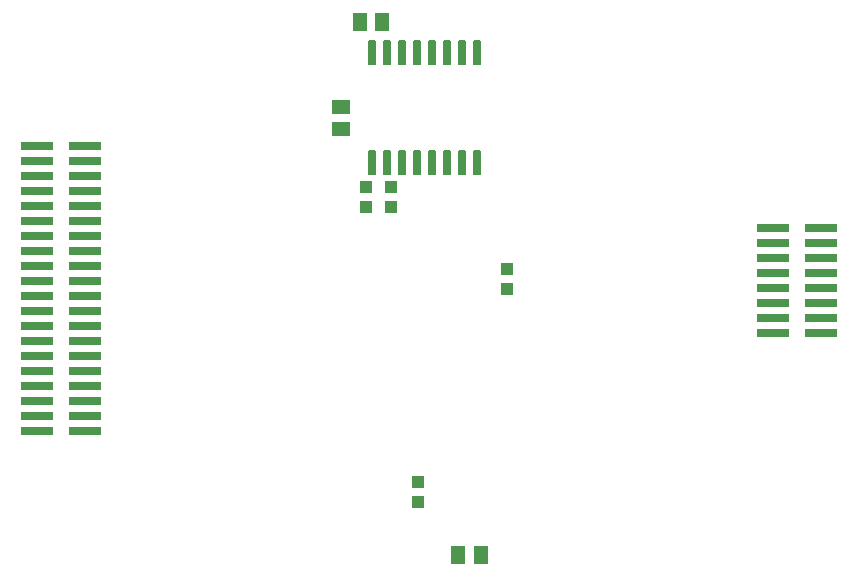
<source format=gbr>
G04 EAGLE Gerber RS-274X export*
G75*
%MOMM*%
%FSLAX34Y34*%
%LPD*%
%INSolderpaste Bottom*%
%IPPOS*%
%AMOC8*
5,1,8,0,0,1.08239X$1,22.5*%
G01*
%ADD10R,1.300000X1.500000*%
%ADD11R,1.500000X1.300000*%
%ADD12R,1.100000X1.000000*%
%ADD13C,0.147500*%
%ADD14R,2.790000X0.740000*%


D10*
X551182Y38028D03*
X570182Y38028D03*
X486671Y489624D03*
X467671Y489624D03*
D11*
X451596Y398745D03*
X451596Y417745D03*
D12*
X516515Y83290D03*
X516515Y100290D03*
X494253Y350109D03*
X494253Y333109D03*
X472689Y349838D03*
X472689Y332838D03*
D13*
X475770Y454292D02*
X475770Y473318D01*
X480196Y473318D01*
X480196Y454292D01*
X475770Y454292D01*
X475770Y455693D02*
X480196Y455693D01*
X480196Y457094D02*
X475770Y457094D01*
X475770Y458495D02*
X480196Y458495D01*
X480196Y459896D02*
X475770Y459896D01*
X475770Y461297D02*
X480196Y461297D01*
X480196Y462698D02*
X475770Y462698D01*
X475770Y464099D02*
X480196Y464099D01*
X480196Y465500D02*
X475770Y465500D01*
X475770Y466901D02*
X480196Y466901D01*
X480196Y468302D02*
X475770Y468302D01*
X475770Y469703D02*
X480196Y469703D01*
X480196Y471104D02*
X475770Y471104D01*
X475770Y472505D02*
X480196Y472505D01*
X488470Y473318D02*
X488470Y454292D01*
X488470Y473318D02*
X492896Y473318D01*
X492896Y454292D01*
X488470Y454292D01*
X488470Y455693D02*
X492896Y455693D01*
X492896Y457094D02*
X488470Y457094D01*
X488470Y458495D02*
X492896Y458495D01*
X492896Y459896D02*
X488470Y459896D01*
X488470Y461297D02*
X492896Y461297D01*
X492896Y462698D02*
X488470Y462698D01*
X488470Y464099D02*
X492896Y464099D01*
X492896Y465500D02*
X488470Y465500D01*
X488470Y466901D02*
X492896Y466901D01*
X492896Y468302D02*
X488470Y468302D01*
X488470Y469703D02*
X492896Y469703D01*
X492896Y471104D02*
X488470Y471104D01*
X488470Y472505D02*
X492896Y472505D01*
X501170Y473318D02*
X501170Y454292D01*
X501170Y473318D02*
X505596Y473318D01*
X505596Y454292D01*
X501170Y454292D01*
X501170Y455693D02*
X505596Y455693D01*
X505596Y457094D02*
X501170Y457094D01*
X501170Y458495D02*
X505596Y458495D01*
X505596Y459896D02*
X501170Y459896D01*
X501170Y461297D02*
X505596Y461297D01*
X505596Y462698D02*
X501170Y462698D01*
X501170Y464099D02*
X505596Y464099D01*
X505596Y465500D02*
X501170Y465500D01*
X501170Y466901D02*
X505596Y466901D01*
X505596Y468302D02*
X501170Y468302D01*
X501170Y469703D02*
X505596Y469703D01*
X505596Y471104D02*
X501170Y471104D01*
X501170Y472505D02*
X505596Y472505D01*
X513870Y473318D02*
X513870Y454292D01*
X513870Y473318D02*
X518296Y473318D01*
X518296Y454292D01*
X513870Y454292D01*
X513870Y455693D02*
X518296Y455693D01*
X518296Y457094D02*
X513870Y457094D01*
X513870Y458495D02*
X518296Y458495D01*
X518296Y459896D02*
X513870Y459896D01*
X513870Y461297D02*
X518296Y461297D01*
X518296Y462698D02*
X513870Y462698D01*
X513870Y464099D02*
X518296Y464099D01*
X518296Y465500D02*
X513870Y465500D01*
X513870Y466901D02*
X518296Y466901D01*
X518296Y468302D02*
X513870Y468302D01*
X513870Y469703D02*
X518296Y469703D01*
X518296Y471104D02*
X513870Y471104D01*
X513870Y472505D02*
X518296Y472505D01*
X526570Y473318D02*
X526570Y454292D01*
X526570Y473318D02*
X530996Y473318D01*
X530996Y454292D01*
X526570Y454292D01*
X526570Y455693D02*
X530996Y455693D01*
X530996Y457094D02*
X526570Y457094D01*
X526570Y458495D02*
X530996Y458495D01*
X530996Y459896D02*
X526570Y459896D01*
X526570Y461297D02*
X530996Y461297D01*
X530996Y462698D02*
X526570Y462698D01*
X526570Y464099D02*
X530996Y464099D01*
X530996Y465500D02*
X526570Y465500D01*
X526570Y466901D02*
X530996Y466901D01*
X530996Y468302D02*
X526570Y468302D01*
X526570Y469703D02*
X530996Y469703D01*
X530996Y471104D02*
X526570Y471104D01*
X526570Y472505D02*
X530996Y472505D01*
X539270Y473318D02*
X539270Y454292D01*
X539270Y473318D02*
X543696Y473318D01*
X543696Y454292D01*
X539270Y454292D01*
X539270Y455693D02*
X543696Y455693D01*
X543696Y457094D02*
X539270Y457094D01*
X539270Y458495D02*
X543696Y458495D01*
X543696Y459896D02*
X539270Y459896D01*
X539270Y461297D02*
X543696Y461297D01*
X543696Y462698D02*
X539270Y462698D01*
X539270Y464099D02*
X543696Y464099D01*
X543696Y465500D02*
X539270Y465500D01*
X539270Y466901D02*
X543696Y466901D01*
X543696Y468302D02*
X539270Y468302D01*
X539270Y469703D02*
X543696Y469703D01*
X543696Y471104D02*
X539270Y471104D01*
X539270Y472505D02*
X543696Y472505D01*
X551970Y473318D02*
X551970Y454292D01*
X551970Y473318D02*
X556396Y473318D01*
X556396Y454292D01*
X551970Y454292D01*
X551970Y455693D02*
X556396Y455693D01*
X556396Y457094D02*
X551970Y457094D01*
X551970Y458495D02*
X556396Y458495D01*
X556396Y459896D02*
X551970Y459896D01*
X551970Y461297D02*
X556396Y461297D01*
X556396Y462698D02*
X551970Y462698D01*
X551970Y464099D02*
X556396Y464099D01*
X556396Y465500D02*
X551970Y465500D01*
X551970Y466901D02*
X556396Y466901D01*
X556396Y468302D02*
X551970Y468302D01*
X551970Y469703D02*
X556396Y469703D01*
X556396Y471104D02*
X551970Y471104D01*
X551970Y472505D02*
X556396Y472505D01*
X564670Y473318D02*
X564670Y454292D01*
X564670Y473318D02*
X569096Y473318D01*
X569096Y454292D01*
X564670Y454292D01*
X564670Y455693D02*
X569096Y455693D01*
X569096Y457094D02*
X564670Y457094D01*
X564670Y458495D02*
X569096Y458495D01*
X569096Y459896D02*
X564670Y459896D01*
X564670Y461297D02*
X569096Y461297D01*
X569096Y462698D02*
X564670Y462698D01*
X564670Y464099D02*
X569096Y464099D01*
X569096Y465500D02*
X564670Y465500D01*
X564670Y466901D02*
X569096Y466901D01*
X569096Y468302D02*
X564670Y468302D01*
X564670Y469703D02*
X569096Y469703D01*
X569096Y471104D02*
X564670Y471104D01*
X564670Y472505D02*
X569096Y472505D01*
X564670Y380218D02*
X564670Y361192D01*
X564670Y380218D02*
X569096Y380218D01*
X569096Y361192D01*
X564670Y361192D01*
X564670Y362593D02*
X569096Y362593D01*
X569096Y363994D02*
X564670Y363994D01*
X564670Y365395D02*
X569096Y365395D01*
X569096Y366796D02*
X564670Y366796D01*
X564670Y368197D02*
X569096Y368197D01*
X569096Y369598D02*
X564670Y369598D01*
X564670Y370999D02*
X569096Y370999D01*
X569096Y372400D02*
X564670Y372400D01*
X564670Y373801D02*
X569096Y373801D01*
X569096Y375202D02*
X564670Y375202D01*
X564670Y376603D02*
X569096Y376603D01*
X569096Y378004D02*
X564670Y378004D01*
X564670Y379405D02*
X569096Y379405D01*
X551970Y380218D02*
X551970Y361192D01*
X551970Y380218D02*
X556396Y380218D01*
X556396Y361192D01*
X551970Y361192D01*
X551970Y362593D02*
X556396Y362593D01*
X556396Y363994D02*
X551970Y363994D01*
X551970Y365395D02*
X556396Y365395D01*
X556396Y366796D02*
X551970Y366796D01*
X551970Y368197D02*
X556396Y368197D01*
X556396Y369598D02*
X551970Y369598D01*
X551970Y370999D02*
X556396Y370999D01*
X556396Y372400D02*
X551970Y372400D01*
X551970Y373801D02*
X556396Y373801D01*
X556396Y375202D02*
X551970Y375202D01*
X551970Y376603D02*
X556396Y376603D01*
X556396Y378004D02*
X551970Y378004D01*
X551970Y379405D02*
X556396Y379405D01*
X539270Y380218D02*
X539270Y361192D01*
X539270Y380218D02*
X543696Y380218D01*
X543696Y361192D01*
X539270Y361192D01*
X539270Y362593D02*
X543696Y362593D01*
X543696Y363994D02*
X539270Y363994D01*
X539270Y365395D02*
X543696Y365395D01*
X543696Y366796D02*
X539270Y366796D01*
X539270Y368197D02*
X543696Y368197D01*
X543696Y369598D02*
X539270Y369598D01*
X539270Y370999D02*
X543696Y370999D01*
X543696Y372400D02*
X539270Y372400D01*
X539270Y373801D02*
X543696Y373801D01*
X543696Y375202D02*
X539270Y375202D01*
X539270Y376603D02*
X543696Y376603D01*
X543696Y378004D02*
X539270Y378004D01*
X539270Y379405D02*
X543696Y379405D01*
X526570Y380218D02*
X526570Y361192D01*
X526570Y380218D02*
X530996Y380218D01*
X530996Y361192D01*
X526570Y361192D01*
X526570Y362593D02*
X530996Y362593D01*
X530996Y363994D02*
X526570Y363994D01*
X526570Y365395D02*
X530996Y365395D01*
X530996Y366796D02*
X526570Y366796D01*
X526570Y368197D02*
X530996Y368197D01*
X530996Y369598D02*
X526570Y369598D01*
X526570Y370999D02*
X530996Y370999D01*
X530996Y372400D02*
X526570Y372400D01*
X526570Y373801D02*
X530996Y373801D01*
X530996Y375202D02*
X526570Y375202D01*
X526570Y376603D02*
X530996Y376603D01*
X530996Y378004D02*
X526570Y378004D01*
X526570Y379405D02*
X530996Y379405D01*
X513870Y380218D02*
X513870Y361192D01*
X513870Y380218D02*
X518296Y380218D01*
X518296Y361192D01*
X513870Y361192D01*
X513870Y362593D02*
X518296Y362593D01*
X518296Y363994D02*
X513870Y363994D01*
X513870Y365395D02*
X518296Y365395D01*
X518296Y366796D02*
X513870Y366796D01*
X513870Y368197D02*
X518296Y368197D01*
X518296Y369598D02*
X513870Y369598D01*
X513870Y370999D02*
X518296Y370999D01*
X518296Y372400D02*
X513870Y372400D01*
X513870Y373801D02*
X518296Y373801D01*
X518296Y375202D02*
X513870Y375202D01*
X513870Y376603D02*
X518296Y376603D01*
X518296Y378004D02*
X513870Y378004D01*
X513870Y379405D02*
X518296Y379405D01*
X501170Y380218D02*
X501170Y361192D01*
X501170Y380218D02*
X505596Y380218D01*
X505596Y361192D01*
X501170Y361192D01*
X501170Y362593D02*
X505596Y362593D01*
X505596Y363994D02*
X501170Y363994D01*
X501170Y365395D02*
X505596Y365395D01*
X505596Y366796D02*
X501170Y366796D01*
X501170Y368197D02*
X505596Y368197D01*
X505596Y369598D02*
X501170Y369598D01*
X501170Y370999D02*
X505596Y370999D01*
X505596Y372400D02*
X501170Y372400D01*
X501170Y373801D02*
X505596Y373801D01*
X505596Y375202D02*
X501170Y375202D01*
X501170Y376603D02*
X505596Y376603D01*
X505596Y378004D02*
X501170Y378004D01*
X501170Y379405D02*
X505596Y379405D01*
X488470Y380218D02*
X488470Y361192D01*
X488470Y380218D02*
X492896Y380218D01*
X492896Y361192D01*
X488470Y361192D01*
X488470Y362593D02*
X492896Y362593D01*
X492896Y363994D02*
X488470Y363994D01*
X488470Y365395D02*
X492896Y365395D01*
X492896Y366796D02*
X488470Y366796D01*
X488470Y368197D02*
X492896Y368197D01*
X492896Y369598D02*
X488470Y369598D01*
X488470Y370999D02*
X492896Y370999D01*
X492896Y372400D02*
X488470Y372400D01*
X488470Y373801D02*
X492896Y373801D01*
X492896Y375202D02*
X488470Y375202D01*
X488470Y376603D02*
X492896Y376603D01*
X492896Y378004D02*
X488470Y378004D01*
X488470Y379405D02*
X492896Y379405D01*
X475770Y380218D02*
X475770Y361192D01*
X475770Y380218D02*
X480196Y380218D01*
X480196Y361192D01*
X475770Y361192D01*
X475770Y362593D02*
X480196Y362593D01*
X480196Y363994D02*
X475770Y363994D01*
X475770Y365395D02*
X480196Y365395D01*
X480196Y366796D02*
X475770Y366796D01*
X475770Y368197D02*
X480196Y368197D01*
X480196Y369598D02*
X475770Y369598D01*
X475770Y370999D02*
X480196Y370999D01*
X480196Y372400D02*
X475770Y372400D01*
X475770Y373801D02*
X480196Y373801D01*
X480196Y375202D02*
X475770Y375202D01*
X475770Y376603D02*
X480196Y376603D01*
X480196Y378004D02*
X475770Y378004D01*
X475770Y379405D02*
X480196Y379405D01*
D14*
X194280Y143510D03*
X234980Y143510D03*
X194280Y156210D03*
X234980Y156210D03*
X194280Y168910D03*
X234980Y168910D03*
X194280Y181610D03*
X234980Y181610D03*
X194280Y194310D03*
X234980Y194310D03*
X194280Y207010D03*
X234980Y207010D03*
X194280Y219710D03*
X234980Y219710D03*
X194280Y232410D03*
X234980Y232410D03*
X194280Y245110D03*
X234980Y245110D03*
X194280Y257810D03*
X234980Y257810D03*
X194280Y270510D03*
X234980Y270510D03*
X194280Y283210D03*
X234980Y283210D03*
X194280Y295910D03*
X234980Y295910D03*
X194280Y308610D03*
X234980Y308610D03*
X194280Y321310D03*
X234980Y321310D03*
X194280Y334010D03*
X234980Y334010D03*
X194280Y346710D03*
X234980Y346710D03*
X194280Y359410D03*
X234980Y359410D03*
X194280Y372110D03*
X234980Y372110D03*
X194280Y384810D03*
X234980Y384810D03*
X817850Y226060D03*
X858550Y226060D03*
X817850Y238760D03*
X858550Y238760D03*
X817850Y251460D03*
X858550Y251460D03*
X817850Y264160D03*
X858550Y264160D03*
X817850Y276860D03*
X858550Y276860D03*
X817850Y289560D03*
X858550Y289560D03*
X817850Y302260D03*
X858550Y302260D03*
X817850Y314960D03*
X858550Y314960D03*
D12*
X592422Y263617D03*
X592422Y280617D03*
M02*

</source>
